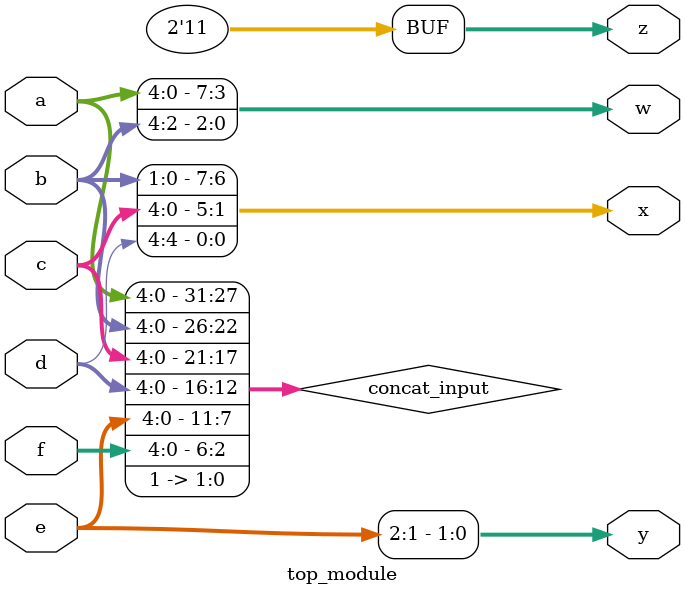
<source format=sv>
module top_module (
    input [4:0] a,
    input [4:0] b,
    input [4:0] c,
    input [4:0] d,
    input [4:0] e,
    input [4:0] f,
    output [7:0] w,
    output [7:0] x,
    output [7:8] y,
    output [7:8] z
);
    // Concatenate inputs and add two 1 bits at the LSB positions.
    wire [31:0] concat_input;
    assign concat_input = {a, b, c, d, e, f, 2'b11};

    // Split the 32-bit concatenation into four 8-bit output vectors.
    assign w = concat_input[31:24];
    assign x = concat_input[23:16];
    assign y = concat_input[15:8];
    assign z = concat_input[7:0];

endmodule

</source>
